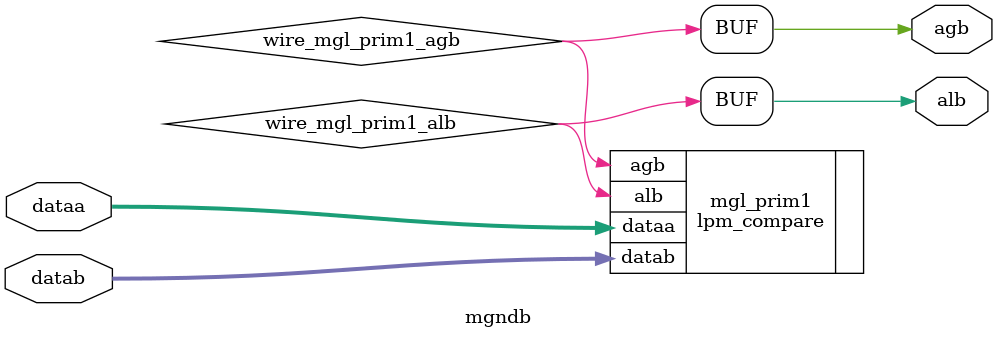
<source format=v>






//synthesis_resources = lpm_compare 1 
//synopsys translate_off
`timescale 1 ps / 1 ps
//synopsys translate_on
module  mgndb
	( 
	agb,
	alb,
	dataa,
	datab) /* synthesis synthesis_clearbox=1 */;
	output   agb;
	output   alb;
	input   [7:0]  dataa;
	input   [7:0]  datab;

	wire  wire_mgl_prim1_agb;
	wire  wire_mgl_prim1_alb;

	lpm_compare   mgl_prim1
	( 
	.agb(wire_mgl_prim1_agb),
	.alb(wire_mgl_prim1_alb),
	.dataa(dataa),
	.datab(datab));
	defparam
		mgl_prim1.lpm_representation = "SIGNED",
		mgl_prim1.lpm_type = "LPM_COMPARE",
		mgl_prim1.lpm_width = 8;
	assign
		agb = wire_mgl_prim1_agb,
		alb = wire_mgl_prim1_alb;
endmodule //mgndb
//VALID FILE

</source>
